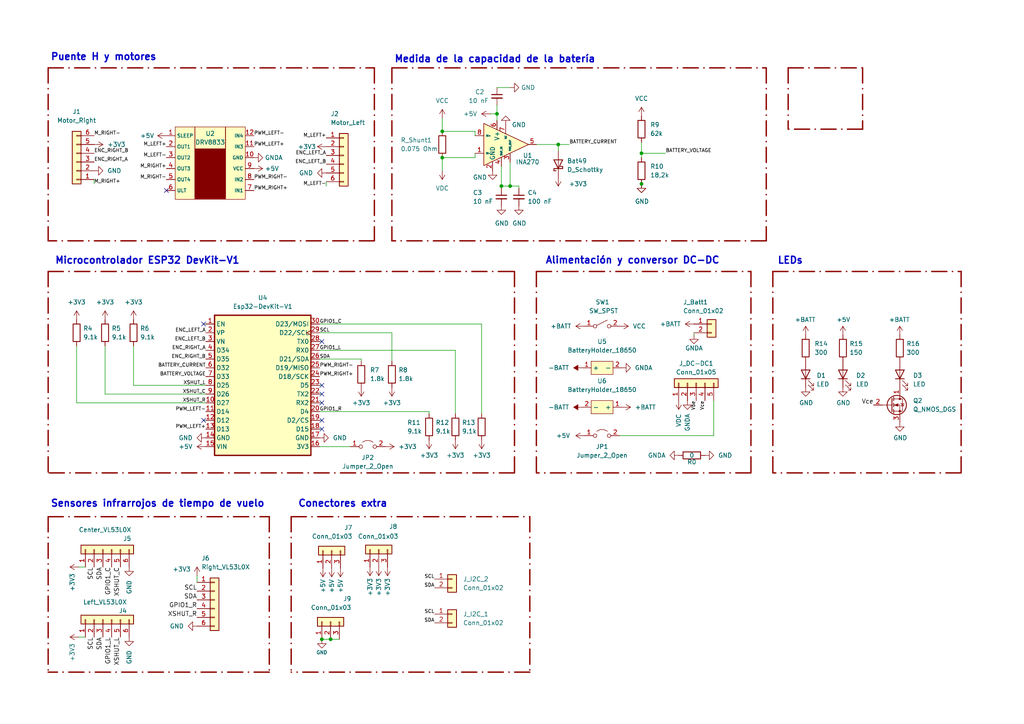
<source format=kicad_sch>
(kicad_sch (version 20211123) (generator eeschema)
  (paper "A4")
  (lib_symbols
    (symbol "Connector_Generic:Conn_01x02" (pin_names (offset 1.016) hide)
      (property "Reference" "J" (at 0 2.54 0))
      (property "Value" "Conn_01x02" (at 0 -5.08 0))
      (symbol "Conn_01x02_1_1"
        (rectangle (start -1.27 -2.413) (end 0 -2.667) (stroke (width 0.1524)))
        (rectangle (start -1.27 0.127) (end 0 -0.127) (stroke (width 0.1524)))
        (rectangle (start -1.27 1.27) (end 1.27 -3.81) (stroke (width 0.254)) (fill (type background)))
        (pin passive line (at -5.08 0 0) (length 3.81) (name "Pin_1") (number "1"))
        (pin passive line (at -5.08 -2.54 0) (length 3.81) (name "Pin_2") (number "2"))
      )
    )
    (symbol "Connector_Generic:Conn_01x03" (pin_names (offset 1.016) hide)
      (property "Reference" "J" (at 0 5.08 0))
      (property "Value" "Conn_01x03" (at 0 -5.08 0))
      (symbol "Conn_01x03_1_1"
        (rectangle (start -1.27 -2.413) (end 0 -2.667) (stroke (width 0.1524)))
        (rectangle (start -1.27 0.127) (end 0 -0.127) (stroke (width 0.1524)))
        (rectangle (start -1.27 2.667) (end 0 2.413) (stroke (width 0.1524)))
        (rectangle (start -1.27 3.81) (end 1.27 -3.81) (stroke (width 0.254)) (fill (type background)))
        (pin passive line (at -5.08 2.54 0) (length 3.81) (name "Pin_1") (number "1"))
        (pin passive line (at -5.08 0 0) (length 3.81) (name "Pin_2") (number "2"))
        (pin passive line (at -5.08 -2.54 0) (length 3.81) (name "Pin_3") (number "3"))
      )
    )
    (symbol "Connector_Generic:Conn_01x05" (pin_names (offset 1.016) hide)
      (property "Reference" "J" (at 0 7.62 0))
      (property "Value" "Conn_01x05" (at 0 -7.62 0))
      (symbol "Conn_01x05_1_1"
        (rectangle (start -1.27 -4.953) (end 0 -5.207) (stroke (width 0.1524)))
        (rectangle (start -1.27 -2.413) (end 0 -2.667) (stroke (width 0.1524)))
        (rectangle (start -1.27 0.127) (end 0 -0.127) (stroke (width 0.1524)))
        (rectangle (start -1.27 2.667) (end 0 2.413) (stroke (width 0.1524)))
        (rectangle (start -1.27 5.207) (end 0 4.953) (stroke (width 0.1524)))
        (rectangle (start -1.27 6.35) (end 1.27 -6.35) (stroke (width 0.254)) (fill (type background)))
        (pin passive line (at -5.08 5.08 0) (length 3.81) (name "Pin_1") (number "1"))
        (pin passive line (at -5.08 2.54 0) (length 3.81) (name "Pin_2") (number "2"))
        (pin passive line (at -5.08 0 0) (length 3.81) (name "Pin_3") (number "3"))
        (pin passive line (at -5.08 -2.54 0) (length 3.81) (name "Pin_4") (number "4"))
        (pin passive line (at -5.08 -5.08 0) (length 3.81) (name "Pin_5") (number "5"))
      )
    )
    (symbol "Connector_Generic:Conn_01x06" (pin_names (offset 1.016) hide)
      (property "Reference" "J" (at 0 7.62 0))
      (property "Value" "Conn_01x06" (at 0 -10.16 0))
      (symbol "Conn_01x06_1_1"
        (rectangle (start -1.27 -7.493) (end 0 -7.747) (stroke (width 0.1524)))
        (rectangle (start -1.27 -4.953) (end 0 -5.207) (stroke (width 0.1524)))
        (rectangle (start -1.27 -2.413) (end 0 -2.667) (stroke (width 0.1524)))
        (rectangle (start -1.27 0.127) (end 0 -0.127) (stroke (width 0.1524)))
        (rectangle (start -1.27 2.667) (end 0 2.413) (stroke (width 0.1524)))
        (rectangle (start -1.27 5.207) (end 0 4.953) (stroke (width 0.1524)))
        (rectangle (start -1.27 6.35) (end 1.27 -8.89) (stroke (width 0.254)) (fill (type background)))
        (pin passive line (at -5.08 5.08 0) (length 3.81) (name "Pin_1") (number "1"))
        (pin passive line (at -5.08 2.54 0) (length 3.81) (name "Pin_2") (number "2"))
        (pin passive line (at -5.08 0 0) (length 3.81) (name "Pin_3") (number "3"))
        (pin passive line (at -5.08 -2.54 0) (length 3.81) (name "Pin_4") (number "4"))
        (pin passive line (at -5.08 -5.08 0) (length 3.81) (name "Pin_5") (number "5"))
        (pin passive line (at -5.08 -7.62 0) (length 3.81) (name "Pin_6") (number "6"))
      )
    )
    (symbol "Device:C_Small" (pin_numbers hide) (pin_names (offset 0.254) hide)
      (property "Reference" "C" (at 0.254 1.778 0))
      (property "Value" "C_Small" (at 0.254 -2.032 0))
      (symbol "C_Small_0_1"
        (polyline (pts (xy -1.524 -0.508) (xy 1.524 -0.508)) (stroke (width 0.3302)))
        (polyline (pts (xy -1.524 0.508) (xy 1.524 0.508)) (stroke (width 0.3048)))
      )
      (symbol "C_Small_1_1"
        (pin passive line (at 0 2.54 270) (length 2.032) (name "~") (number "1"))
        (pin passive line (at 0 -2.54 90) (length 2.032) (name "~") (number "2"))
      )
    )
    (symbol "Device:D_Schottky" (pin_numbers hide) (pin_names (offset 1.016) hide)
      (property "Reference" "D" (at 0 2.54 0))
      (property "Value" "D_Schottky" (at 0 -2.54 0))
      (symbol "D_Schottky_0_1"
        (polyline (pts (xy 1.27 0) (xy -1.27 0)))
        (polyline (pts (xy 1.27 1.27) (xy 1.27 -1.27) (xy -1.27 0) (xy 1.27 1.27)) (stroke (width 0.254)))
        (polyline (pts (xy -1.905 0.635) (xy -1.905 1.27) (xy -1.27 1.27) (xy -1.27 -1.27) (xy -0.635 -1.27) (xy -0.635 -0.635)) (stroke (width 0.254)))
      )
      (symbol "D_Schottky_1_1"
        (pin passive line (at -3.81 0 0) (length 2.54) (name "K") (number "1"))
        (pin passive line (at 3.81 0 180) (length 2.54) (name "A") (number "2"))
      )
    )
    (symbol "Device:LED" (pin_numbers hide) (pin_names (offset 1.016) hide)
      (property "Reference" "D" (at 0 2.54 0))
      (property "Value" "LED" (at 0 -2.54 0))
      (symbol "LED_0_1"
        (polyline (pts (xy -1.27 -1.27) (xy -1.27 1.27)) (stroke (width 0.254)))
        (polyline (pts (xy -1.27 0) (xy 1.27 0)))
        (polyline (pts (xy 1.27 -1.27) (xy 1.27 1.27) (xy -1.27 0) (xy 1.27 -1.27)) (stroke (width 0.254)))
        (polyline (pts (xy -3.048 -0.762) (xy -4.572 -2.286) (xy -3.81 -2.286) (xy -4.572 -2.286) (xy -4.572 -1.524)))
        (polyline (pts (xy -1.778 -0.762) (xy -3.302 -2.286) (xy -2.54 -2.286) (xy -3.302 -2.286) (xy -3.302 -1.524)))
      )
      (symbol "LED_1_1"
        (pin passive line (at -3.81 0 0) (length 2.54) (name "K") (number "1"))
        (pin passive line (at 3.81 0 180) (length 2.54) (name "A") (number "2"))
      )
    )
    (symbol "Device:Q_NMOS_DGS" (pin_names (offset 0) hide)
      (property "Reference" "Q" (at 5.08 1.27 0))
      (property "Value" "Q_NMOS_DGS" (at 5.08 -1.27 0))
      (symbol "Q_NMOS_DGS_0_1"
        (polyline (pts (xy 0.254 0) (xy -2.54 0)))
        (polyline (pts (xy 0.254 1.905) (xy 0.254 -1.905)) (stroke (width 0.254)))
        (polyline (pts (xy 0.762 -1.27) (xy 0.762 -2.286)) (stroke (width 0.254)))
        (polyline (pts (xy 0.762 0.508) (xy 0.762 -0.508)) (stroke (width 0.254)))
        (polyline (pts (xy 0.762 2.286) (xy 0.762 1.27)) (stroke (width 0.254)))
        (polyline (pts (xy 2.54 2.54) (xy 2.54 1.778)))
        (polyline (pts (xy 2.54 -2.54) (xy 2.54 0) (xy 0.762 0)))
        (polyline (pts (xy 0.762 -1.778) (xy 3.302 -1.778) (xy 3.302 1.778) (xy 0.762 1.778)))
        (polyline (pts (xy 1.016 0) (xy 2.032 0.381) (xy 2.032 -0.381) (xy 1.016 0)) (fill (type outline)))
        (polyline (pts (xy 2.794 0.508) (xy 2.921 0.381) (xy 3.683 0.381) (xy 3.81 0.254)))
        (polyline (pts (xy 3.302 0.381) (xy 2.921 -0.254) (xy 3.683 -0.254) (xy 3.302 0.381)))
        (circle (center 1.651 0) (radius 2.794) (stroke (width 0.254)))
        (circle (center 2.54 -1.778) (radius 0.254) (fill (type outline)))
        (circle (center 2.54 1.778) (radius 0.254) (fill (type outline)))
      )
      (symbol "Q_NMOS_DGS_1_1"
        (pin passive line (at 2.54 5.08 270) (length 2.54) (name "D") (number "1"))
        (pin input line (at -5.08 0 0) (length 2.54) (name "G") (number "2"))
        (pin passive line (at 2.54 -5.08 90) (length 2.54) (name "S") (number "3"))
      )
    )
    (symbol "Device:R" (pin_numbers hide) (pin_names (offset 0))
      (property "Reference" "R" (at 2.032 0 90))
      (property "Value" "R" (at 0 0 90))
      (symbol "R_0_1"
        (rectangle (start -1.016 -2.54) (end 1.016 2.54) (stroke (width 0.254)))
      )
      (symbol "R_1_1"
        (pin passive line (at 0 3.81 270) (length 1.27) (name "~") (number "1"))
        (pin passive line (at 0 -3.81 90) (length 1.27) (name "~") (number "2"))
      )
    )
    (symbol "INA270:INA270"
      (property "Reference" "U" (at 3.81 11.938 0))
      (property "Value" "INA270" (at -0.508 11.938 0))
      (symbol "INA270_0_1"
        (polyline (pts (xy -5.08 6.096) (xy -5.08 -6.096) (xy 7.874 0) (xy -5.08 6.096)) (stroke (width 0.2)) (fill (type background)))
      )
      (symbol "INA270_1_1"
        (pin input line (at -7.62 -2.54 0) (length 2.54) (name "IN-") (number "1"))
        (pin input line (at -2.54 -7.62 90) (length 2.54) (name "GND") (number "2"))
        (pin input line (at 2.54 -5.08 90) (length 2.54) (name "PRE_OUT") (number "3"))
        (pin input line (at 0 -6.35 90) (length 2.54) (name "BUF_IN") (number "4"))
        (pin input line (at 10.16 0 180) (length 2.54) (name "") (number "5"))
        (pin input line (at -1.27 6.985 270) (length 2.54) (name "V+") (number "6"))
        (pin power_in line (at 1.27 5.715 270) (length 2.54) (name "NC") (number "7"))
        (pin input line (at -7.62 2.54 0) (length 2.54) (name "IN+") (number "8"))
      )
    )
    (symbol "Jumper:Jumper_2_Open" (pin_names (offset 0) hide)
      (property "Reference" "JP" (at 0 2.794 0))
      (property "Value" "Jumper_2_Open" (at 0 -2.286 0))
      (symbol "Jumper_2_Open_0_0"
        (circle (center -2.032 0) (radius 0.508))
        (circle (center 2.032 0) (radius 0.508))
      )
      (symbol "Jumper_2_Open_0_1"
        (arc (start 1.524 1.27) (mid 0 1.778) (end -1.524 1.27))
      )
      (symbol "Jumper_2_Open_1_1"
        (pin passive line (at -5.08 0 0) (length 2.54) (name "A") (number "1"))
        (pin passive line (at 5.08 0 180) (length 2.54) (name "B") (number "2"))
      )
    )
    (symbol "RobotTFG:BatteryHolder_18650"
      (property "Reference" "U" (at 0 -3.81 0))
      (property "Value" "BatteryHolder_18650" (at 0 4.445 0))
      (symbol "BatteryHolder_18650_0_1"
        (rectangle (start -3.175 1.905) (end 3.175 -1.905) (fill (type background)))
      )
      (symbol "BatteryHolder_18650_1_1"
        (pin power_out line (at -5.715 0 0) (length 2.54) (name "+") (number "1"))
        (pin power_out line (at 5.715 0 180) (length 2.54) (name "-") (number "2"))
      )
    )
    (symbol "RobotTFG:DRV8833"
      (property "Reference" "U" (at 0 8.255 0))
      (property "Value" "DRV8833" (at 0 5.715 0))
      (symbol "DRV8833_0_1"
        (rectangle (start -10.16 10.16) (end -4.445 -10.795) (fill (type background)))
        (rectangle (start -4.445 3.81) (end 4.445 -10.795) (fill (type outline)))
        (rectangle (start -4.445 10.16) (end 4.445 3.81) (fill (type background)))
        (rectangle (start 4.445 10.16) (end 10.16 -10.795) (fill (type background)))
      )
      (symbol "DRV8833_1_1"
        (pin input line (at -12.7 7.62 0) (length 2.54) (name "SLEEP") (number "1"))
        (pin power_in line (at 12.7 1.27 180) (length 2.54) (name "GND") (number "10"))
        (pin input line (at 12.7 4.445 180) (length 2.54) (name "IN3") (number "11"))
        (pin input line (at 12.7 7.62 180) (length 2.54) (name "IN4") (number "12"))
        (pin power_out line (at -12.7 4.445 0) (length 2.54) (name "OUT1") (number "2"))
        (pin power_out line (at -12.7 1.27 0) (length 2.54) (name "OUT2") (number "3"))
        (pin power_out line (at -12.7 -1.905 0) (length 2.54) (name "OUT3") (number "4"))
        (pin power_out line (at -12.7 -5.08 0) (length 2.54) (name "OUT4") (number "5"))
        (pin output line (at -12.7 -8.255 0) (length 2.54) (name "ULT") (number "6"))
        (pin input line (at 12.7 -8.255 180) (length 2.54) (name "IN1") (number "7"))
        (pin input line (at 12.7 -5.08 180) (length 2.54) (name "IN2") (number "8"))
        (pin power_in line (at 12.7 -1.905 180) (length 2.54) (name "VCC") (number "9"))
      )
    )
    (symbol "RobotTFG:Esp32-DevKit-V1"
      (property "Reference" "U" (at 0 -17.78 0))
      (property "Value" "Esp32-DevKit-V1" (at 0 0 90))
      (symbol "Esp32-DevKit-V1_0_0"
        (pin unspecified line (at -16.51 16.51 0) (length 2.54) (name "EN") (number "1"))
        (pin unspecified line (at -16.51 -6.35 0) (length 2.54) (name "D27") (number "10"))
        (pin unspecified line (at -16.51 -8.89 0) (length 2.54) (name "D14") (number "11"))
        (pin unspecified line (at -16.51 -11.43 0) (length 2.54) (name "D12") (number "12"))
        (pin unspecified line (at -16.51 -13.97 0) (length 2.54) (name "D13") (number "13"))
        (pin power_out line (at -16.51 -16.51 0) (length 2.54) (name "GND") (number "14"))
        (pin power_in line (at -16.51 -19.05 0) (length 2.54) (name "VIN") (number "15"))
        (pin power_out line (at 16.51 -19.05 180) (length 2.54) (name "3V3") (number "16"))
        (pin power_out line (at 16.51 -16.51 180) (length 2.54) (name "GND") (number "17"))
        (pin unspecified line (at 16.51 -13.97 180) (length 2.54) (name "D15") (number "18"))
        (pin unspecified line (at 16.51 -11.43 180) (length 2.54) (name "D2/CS") (number "19"))
        (pin unspecified line (at -16.51 13.97 0) (length 2.54) (name "VP") (number "2"))
        (pin unspecified line (at 16.51 -8.89 180) (length 2.54) (name "D4") (number "20"))
        (pin unspecified line (at 16.51 -6.35 180) (length 2.54) (name "RX2") (number "21"))
        (pin unspecified line (at 16.51 -3.81 180) (length 2.54) (name "TX2") (number "22"))
        (pin unspecified line (at 16.51 -1.27 180) (length 2.54) (name "D5") (number "23"))
        (pin unspecified line (at 16.51 1.27 180) (length 2.54) (name "D18/SCK") (number "24"))
        (pin unspecified line (at 16.51 3.81 180) (length 2.54) (name "D19/MISO") (number "25"))
        (pin bidirectional line (at 16.51 6.35 180) (length 2.54) (name "D21/SDA") (number "26"))
        (pin unspecified line (at 16.51 8.89 180) (length 2.54) (name "RX0") (number "27"))
        (pin unspecified line (at 16.51 11.43 180) (length 2.54) (name "TX0") (number "28"))
        (pin bidirectional clock (at 16.51 13.97 180) (length 2.54) (name "D22/SCL") (number "29"))
        (pin unspecified line (at -16.51 11.43 0) (length 2.54) (name "VN") (number "3"))
        (pin unspecified line (at 16.51 16.51 180) (length 2.54) (name "D23/MOSI") (number "30"))
        (pin unspecified line (at -16.51 8.89 0) (length 2.54) (name "D34") (number "4"))
        (pin unspecified line (at -16.51 6.35 0) (length 2.54) (name "D35") (number "5"))
        (pin unspecified line (at -16.51 3.81 0) (length 2.54) (name "D32") (number "6"))
        (pin unspecified line (at -16.51 1.27 0) (length 2.54) (name "D33") (number "7"))
        (pin unspecified line (at -16.51 -1.27 0) (length 2.54) (name "D25") (number "8"))
        (pin unspecified line (at -16.51 -3.81 0) (length 2.54) (name "D26") (number "9"))
      )
      (symbol "Esp32-DevKit-V1_0_1"
        (rectangle (start -13.97 19.05) (end 13.97 -21.59) (stroke (width 0.4)) (fill (type background)))
      )
    )
    (symbol "Switch:SW_SPST" (pin_names (offset 0) hide)
      (property "Reference" "SW" (at 0 3.175 0))
      (property "Value" "SW_SPST" (at 0 -2.54 0))
      (symbol "SW_SPST_0_0"
        (circle (center -2.032 0) (radius 0.508))
        (polyline (pts (xy -1.524 0.254) (xy 1.524 1.778)))
        (circle (center 2.032 0) (radius 0.508))
      )
      (symbol "SW_SPST_1_1"
        (pin passive line (at -5.08 0 0) (length 2.54) (name "A") (number "1"))
        (pin passive line (at 5.08 0 180) (length 2.54) (name "B") (number "2"))
      )
    )
    (symbol "power:+3V3" (power) (pin_names (offset 0))
      (property "Value" "+3V3" (at 0 3.556 0))
      (symbol "+3V3_0_1"
        (polyline (pts (xy -0.762 1.27) (xy 0 2.54)))
        (polyline (pts (xy 0 0) (xy 0 2.54)))
        (polyline (pts (xy 0 2.54) (xy 0.762 1.27)))
      )
      (symbol "+3V3_1_1"
        (pin power_in line (at 0 0 90) (length 0) hide (name "+3V3") (number "1"))
      )
    )
    (symbol "power:+5V" (power) (pin_names (offset 0))
      (property "Value" "+5V" (at 0 3.556 0))
      (symbol "+5V_0_1"
        (polyline (pts (xy -0.762 1.27) (xy 0 2.54)))
        (polyline (pts (xy 0 0) (xy 0 2.54)))
        (polyline (pts (xy 0 2.54) (xy 0.762 1.27)))
      )
      (symbol "+5V_1_1"
        (pin power_in line (at 0 0 90) (length 0) hide (name "+5V") (number "1"))
      )
    )
    (symbol "power:+BATT" (power) (pin_names (offset 0))
      (property "Value" "+BATT" (at 0 3.556 0))
      (symbol "+BATT_0_1"
        (polyline (pts (xy -0.762 1.27) (xy 0 2.54)))
        (polyline (pts (xy 0 0) (xy 0 2.54)))
        (polyline (pts (xy 0 2.54) (xy 0.762 1.27)))
      )
      (symbol "+BATT_1_1"
        (pin power_in line (at 0 0 90) (length 0) hide (name "+BATT") (number "1"))
      )
    )
    (symbol "power:-BATT" (power) (pin_names (offset 0))
      (property "Value" "-BATT" (at 0 3.556 0))
      (symbol "-BATT_0_1"
        (polyline (pts (xy 0 0) (xy 0 2.54)))
        (polyline (pts (xy 0.762 1.27) (xy -0.762 1.27) (xy 0 2.54) (xy 0.762 1.27)) (fill (type outline)))
      )
      (symbol "-BATT_1_1"
        (pin power_in line (at 0 0 90) (length 0) hide (name "-BATT") (number "1"))
      )
    )
    (symbol "power:GND" (power) (pin_names (offset 0))
      (property "Value" "GND" (at 0 -3.81 0))
      (symbol "GND_0_1"
        (polyline (pts (xy 0 0) (xy 0 -1.27) (xy 1.27 -1.27) (xy 0 -2.54) (xy -1.27 -1.27) (xy 0 -1.27)))
      )
      (symbol "GND_1_1"
        (pin power_in line (at 0 0 270) (length 0) hide (name "GND") (number "1"))
      )
    )
    (symbol "power:GNDA" (power) (pin_names (offset 0))
      (property "Value" "GNDA" (at 0 -3.81 0))
      (symbol "GNDA_0_1"
        (polyline (pts (xy 0 0) (xy 0 -1.27) (xy 1.27 -1.27) (xy 0 -2.54) (xy -1.27 -1.27) (xy 0 -1.27)))
      )
      (symbol "GNDA_1_1"
        (pin power_in line (at 0 0 270) (length 0) hide (name "GNDA") (number "1"))
      )
    )
    (symbol "power:VCC" (power) (pin_names (offset 0))
      (property "Value" "VCC" (at 0 3.81 0))
      (symbol "VCC_0_1"
        (polyline (pts (xy -0.762 1.27) (xy 0 2.54)))
        (polyline (pts (xy 0 0) (xy 0 2.54)))
        (polyline (pts (xy 0 2.54) (xy 0.762 1.27)))
      )
      (symbol "VCC_1_1"
        (pin power_in line (at 0 0 90) (length 0) hide (name "VCC") (number "1"))
      )
    )
    (symbol "power:VDC" (power) (pin_names (offset 0))
      (property "Value" "VDC" (at 0 6.35 0))
      (symbol "VDC_0_1"
        (polyline (pts (xy -0.762 1.27) (xy 0 2.54)))
        (polyline (pts (xy 0 0) (xy 0 2.54)))
        (polyline (pts (xy 0 2.54) (xy 0.762 1.27)))
      )
      (symbol "VDC_1_1"
        (pin power_in line (at 0 0 90) (length 0) hide (name "VDC") (number "1"))
      )
    )
  )
  (junction (at 128.27 38.1))
  (junction (at 186.055 44.45))
  (junction (at 147.955 53.975))
  (junction (at 95.885 185.42))
  (junction (at 128.27 45.72))
  (junction (at 186.055 53.34))
  (junction (at 144.145 33.02))
  (junction (at 145.415 53.975))
  (junction (at 161.925 41.91))
  (junction (at 93.345 185.42))
  (no_connect (at 93.345 99.06))
  (no_connect (at 93.345 121.92))
  (no_connect (at 48.26 55.245))
  (no_connect (at 59.055 121.92))
  (no_connect (at 93.345 124.46))
  (no_connect (at 59.055 93.98))
  (no_connect (at 93.345 114.3))
  (no_connect (at 93.345 111.76))
  (no_connect (at 93.345 116.84))
  (wire (pts (xy 30.48 100.33) (xy 30.48 114.3)))
  (wire (pts (xy 155.575 41.91) (xy 161.925 41.91)))
  (wire (pts (xy 38.735 111.76) (xy 59.69 111.76)))
  (wire (pts (xy 142.24 33.02) (xy 144.145 33.02)))
  (wire (pts (xy 95.885 185.42) (xy 98.425 185.42)))
  (wire (pts (xy 22.86 184.785) (xy 24.765 184.785)))
  (wire (pts (xy 22.225 100.33) (xy 22.225 116.84)))
  (wire (pts (xy 93.345 114.3) (xy 92.71 114.3)))
  (polyline (pts (xy 217.805 78.74) (xy 217.805 137.16)) (stroke (width 0.4) (type dash_dot) (color 141 6 0 1)))
  (wire (pts (xy 186.055 44.45) (xy 186.055 45.72)))
  (polyline (pts (xy 228.6 19.685) (xy 228.6 37.465)) (stroke (width 0.4) (type dash_dot) (color 141 6 0 1)))
  (wire (pts (xy 193.04 44.45) (xy 186.055 44.45)))
  (polyline (pts (xy 278.765 78.74) (xy 278.765 137.16)) (stroke (width 0.4) (type dash_dot) (color 141 6 0 1)))
  (wire (pts (xy 93.345 111.76) (xy 92.71 111.76)))
  (polyline (pts (xy 13.97 78.74) (xy 13.97 137.16)) (stroke (width 0.4) (type dash_dot) (color 141 6 0 1)))
  (wire (pts (xy 104.775 104.14) (xy 92.71 104.14)))
  (wire (pts (xy 144.145 33.02) (xy 144.145 34.925)))
  (polyline (pts (xy 108.585 19.685) (xy 108.585 69.85)) (stroke (width 0.4) (type dash_dot) (color 141 6 0 1)))
  (polyline (pts (xy 149.225 78.74) (xy 149.225 137.16)) (stroke (width 0.4) (type dash_dot) (color 141 6 0 1)))
  (wire (pts (xy 93.345 124.46) (xy 92.71 124.46)))
  (polyline (pts (xy 153.67 194.945) (xy 84.455 194.945)) (stroke (width 0.4) (type dash_dot) (color 141 6 0 1)))
  (polyline (pts (xy 113.665 19.685) (xy 113.665 69.85)) (stroke (width 0.4) (type dash_dot) (color 141 6 0 1)))
  (wire (pts (xy 124.46 119.38) (xy 92.71 119.38)))
  (wire (pts (xy 137.795 45.72) (xy 128.27 45.72)))
  (polyline (pts (xy 155.575 78.74) (xy 155.575 137.16)) (stroke (width 0.4) (type dash_dot) (color 141 6 0 1)))
  (polyline (pts (xy 113.665 19.685) (xy 222.25 19.685)) (stroke (width 0.4) (type dash_dot) (color 141 6 0 1)))
  (polyline (pts (xy 108.585 69.85) (xy 13.97 69.85)) (stroke (width 0.4) (type dash_dot) (color 141 6 0 1)))
  (wire (pts (xy 59.055 121.92) (xy 59.69 121.92)))
  (wire (pts (xy 139.7 93.98) (xy 92.71 93.98)))
  (wire (pts (xy 137.795 44.45) (xy 137.795 45.72)))
  (wire (pts (xy 104.775 104.775) (xy 104.775 104.14)))
  (wire (pts (xy 150.495 54.61) (xy 150.495 53.975)))
  (wire (pts (xy 92.71 129.54) (xy 101.6 129.54)))
  (wire (pts (xy 147.955 53.975) (xy 145.415 53.975)))
  (polyline (pts (xy 13.97 149.86) (xy 13.97 194.945)) (stroke (width 0.4) (type dash_dot) (color 141 6 0 1)))
  (wire (pts (xy 30.48 114.3) (xy 59.69 114.3)))
  (polyline (pts (xy 228.6 19.685) (xy 250.19 19.685)) (stroke (width 0.4) (type dash_dot) (color 141 6 0 1)))
  (wire (pts (xy 145.415 53.975) (xy 145.415 54.61)))
  (wire (pts (xy 207.01 126.365) (xy 207.01 116.205)))
  (polyline (pts (xy 153.67 149.86) (xy 153.67 194.945)) (stroke (width 0.4) (type dash_dot) (color 141 6 0 1)))
  (polyline (pts (xy 84.455 149.86) (xy 84.455 194.945)) (stroke (width 0.4) (type dash_dot) (color 141 6 0 1)))
  (wire (pts (xy 94.615 53.975) (xy 94.615 52.705)))
  (polyline (pts (xy 84.455 149.86) (xy 153.67 149.86)) (stroke (width 0.4) (type dash_dot) (color 141 6 0 1)))
  (wire (pts (xy 93.345 185.42) (xy 95.885 185.42)))
  (polyline (pts (xy 224.155 78.74) (xy 224.155 137.16)) (stroke (width 0.4) (type dash_dot) (color 141 6 0 1)))
  (polyline (pts (xy 222.25 19.685) (xy 222.25 69.85)) (stroke (width 0.4) (type dash_dot) (color 141 6 0 1)))
  (wire (pts (xy 132.08 120.015) (xy 132.08 101.6)))
  (polyline (pts (xy 224.155 78.74) (xy 278.765 78.74)) (stroke (width 0.4) (type dash_dot) (color 141 6 0 1)))
  (wire (pts (xy 93.345 116.84) (xy 92.71 116.84)))
  (polyline (pts (xy 217.805 137.16) (xy 155.575 137.16)) (stroke (width 0.4) (type dash_dot) (color 141 6 0 1)))
  (wire (pts (xy 139.7 120.015) (xy 139.7 93.98)))
  (wire (pts (xy 38.735 100.33) (xy 38.735 111.76)))
  (wire (pts (xy 137.795 39.37) (xy 137.795 38.1)))
  (wire (pts (xy 145.415 48.26) (xy 145.415 53.975)))
  (polyline (pts (xy 250.19 19.685) (xy 250.19 37.465)) (stroke (width 0.4) (type dash_dot) (color 141 6 0 1)))
  (wire (pts (xy 132.08 101.6) (xy 92.71 101.6)))
  (polyline (pts (xy 278.765 137.16) (xy 224.155 137.16)) (stroke (width 0.4) (type dash_dot) (color 141 6 0 1)))
  (wire (pts (xy 144.145 30.48) (xy 144.145 33.02)))
  (wire (pts (xy 186.055 41.275) (xy 186.055 44.45)))
  (polyline (pts (xy 78.105 194.945) (xy 13.97 194.945)) (stroke (width 0.4) (type dash_dot) (color 141 6 0 1)))
  (wire (pts (xy 137.795 38.1) (xy 128.27 38.1)))
  (wire (pts (xy 128.27 45.72) (xy 128.27 49.53)))
  (wire (pts (xy 22.86 164.465) (xy 24.765 164.465)))
  (polyline (pts (xy 13.97 78.74) (xy 149.225 78.74)) (stroke (width 0.4) (type dash_dot) (color 141 6 0 1)))
  (wire (pts (xy 179.705 126.365) (xy 207.01 126.365)))
  (wire (pts (xy 128.27 34.29) (xy 128.27 38.1)))
  (wire (pts (xy 113.665 96.52) (xy 92.71 96.52)))
  (wire (pts (xy 22.225 116.84) (xy 59.69 116.84)))
  (wire (pts (xy 150.495 53.975) (xy 147.955 53.975)))
  (polyline (pts (xy 250.19 37.465) (xy 228.6 37.465)) (stroke (width 0.4) (type dash_dot) (color 141 6 0 1)))
  (wire (pts (xy 57.15 167.005) (xy 57.15 168.91)))
  (polyline (pts (xy 149.225 137.16) (xy 13.97 137.16)) (stroke (width 0.4) (type dash_dot) (color 141 6 0 1)))
  (polyline (pts (xy 222.25 69.85) (xy 113.665 69.85)) (stroke (width 0.4) (type dash_dot) (color 141 6 0 1)))
  (wire (pts (xy 147.955 25.4) (xy 144.145 25.4)))
  (wire (pts (xy 147.955 46.99) (xy 147.955 53.975)))
  (wire (pts (xy 93.345 99.06) (xy 92.71 99.06)))
  (wire (pts (xy 113.665 104.775) (xy 113.665 96.52)))
  (polyline (pts (xy 13.97 19.685) (xy 13.97 69.85)) (stroke (width 0.4) (type dash_dot) (color 141 6 0 1)))
  (wire (pts (xy 161.925 41.91) (xy 165.1 41.91)))
  (wire (pts (xy 161.925 41.91) (xy 161.925 43.815)))
  (wire (pts (xy 27.305 53.34) (xy 27.305 52.07)))
  (wire (pts (xy 93.345 121.92) (xy 92.71 121.92)))
  (wire (pts (xy 201.295 97.155) (xy 201.295 96.52)))
  (wire (pts (xy 59.055 93.98) (xy 59.69 93.98)))
  (polyline (pts (xy 13.97 149.86) (xy 78.105 149.86)) (stroke (width 0.4) (type dash_dot) (color 141 6 0 1)))
  (polyline (pts (xy 155.575 78.74) (xy 217.805 78.74)) (stroke (width 0.4) (type dash_dot) (color 141 6 0 1)))
  (wire (pts (xy 124.46 120.015) (xy 124.46 119.38)))
  (polyline (pts (xy 13.97 19.685) (xy 108.585 19.685)) (stroke (width 0.4) (type dash_dot) (color 141 6 0 1)))
  (polyline (pts (xy 78.105 149.86) (xy 78.105 194.945)) (stroke (width 0.4) (type dash_dot) (color 141 6 0 1)))
  (text "Microcontrolador ESP32 DevKit-V1" (at 15.875 76.835 0) (effects (font (size 2 2) (thickness 0.4) bold) (justify left bottom)))
  (text "Conectores extra\n" (at 86.36 147.32 0) (effects (font (size 2 2) (thickness 0.4) bold) (justify left bottom)))
  (text "Sensores infrarrojos de tiempo de vuelo\n" (at 14.605 147.32 0) (effects (font (size 2 2) (thickness 0.4) bold) (justify left bottom)))
  (text "Medida de la capacidad de la batería" (at 114.3 18.415 0) (effects (font (size 2 2) (thickness 0.4) bold) (justify left bottom)))
  (text "Alimentación y conversor DC-DC\n\n" (at 158.115 80.01 0) (effects (font (size 2 2) (thickness 0.4) bold) (justify left bottom)))
  (text "Puente H y motores\n" (at 14.605 17.78 0) (effects (font (size 2 2) (thickness 0.4) bold) (justify left bottom)))
  (text "LEDs\n" (at 225.425 76.835 0) (effects (font (size 2 2) (thickness 0.4) bold) (justify left bottom)))
  (label "SDA" (at 126.0475 170.4975 180) (effects (font (size 1 1))))
  (label "PWM_RIGHT+" (at 73.66 55.245 0) (effects (font (size 1 1))))
  (label "ENC_LEFT_A" (at 94.615 45.085 180) (effects (font (size 1 1))))
  (label "PWM_LEFT-" (at 59.69 119.38 180) (effects (font (size 1 1))))
  (label "PWM_RIGHT-" (at 92.71 106.68 0) (effects (font (size 1 1))))
  (label "M_RIGHT+" (at 27.305 53.34 0) (effects (font (size 1 1))))
  (label "XSHUT_R" (at 59.69 116.84 180) (effects (font (size 1 1))))
  (label "XSHUT_C" (at 59.69 114.3 180) (effects (font (size 1 1))))
  (label "GPIO1_L" (at 32.385 184.785 270))
  (label "PWM_LEFT+" (at 73.66 42.545 0) (effects (font (size 1 1))))
  (label "SDA" (at 57.15 173.99 180))
  (label "SCL" (at 27.305 184.785 270))
  (label "XSHUT_L" (at 34.925 184.785 270))
  (label "SDA" (at 29.845 164.465 270))
  (label "M_LEFT-" (at 94.615 53.975 180) (effects (font (size 1 1))))
  (label "XSHUT_L" (at 59.69 111.76 180) (effects (font (size 1 1))))
  (label "PWM_RIGHT-" (at 73.66 52.07 0) (effects (font (size 1 1))))
  (label "M_LEFT-" (at 48.26 45.72 180) (effects (font (size 1 1))))
  (label "SCL" (at 27.305 164.465 270))
  (label "M_LEFT+" (at 94.615 40.005 180) (effects (font (size 1 1))))
  (label "Vbe" (at 201.93 116.205 270) (effects (font (size 1 1))))
  (label "PWM_LEFT-" (at 73.66 39.37 0) (effects (font (size 1 1))))
  (label "Vce" (at 253.365 117.475 180))
  (label "GPIO1_C" (at 32.385 164.465 270))
  (label "SCL" (at 126.0475 167.9575 180) (effects (font (size 1 1))))
  (label "M_LEFT+" (at 48.26 42.545 180) (effects (font (size 1 1))))
  (label "ENC_RIGHT_B" (at 27.305 44.45 0) (effects (font (size 1 1))))
  (label "SCL" (at 92.71 96.52 0) (effects (font (size 1 1))))
  (label "GPIO1_C" (at 92.71 93.98 0) (effects (font (size 1 1))))
  (label "BATTERY_CURRENT" (at 59.69 106.68 180) (effects (font (size 1 1))))
  (label "GPIO1_R" (at 57.15 176.53 180))
  (label "BATTERY_VOLTAGE" (at 193.04 44.45 0) (effects (font (size 1 1))))
  (label "M_RIGHT-" (at 48.26 52.07 180) (effects (font (size 1 1))))
  (label "GPIO1_L" (at 92.71 101.6 0) (effects (font (size 1 1))))
  (label "SDA" (at 92.71 104.14 0) (effects (font (size 1 1))))
  (label "ENC_RIGHT_B" (at 59.69 104.14 180) (effects (font (size 1 1))))
  (label "ENC_LEFT_B" (at 59.69 99.06 180) (effects (font (size 1 1))))
  (label "SCL" (at 57.15 171.45 180))
  (label "ENC_LEFT_A" (at 59.69 96.52 180) (effects (font (size 1 1))))
  (label "M_RIGHT+" (at 48.26 48.895 180) (effects (font (size 1 1))))
  (label "PWM_LEFT+" (at 59.69 124.46 180) (effects (font (size 1 1))))
  (label "SCL" (at 126.0475 178.1175 180) (effects (font (size 1 1))))
  (label "ENC_RIGHT_A" (at 27.305 46.99 0) (effects (font (size 1 1))))
  (label "ENC_LEFT_B" (at 94.615 47.625 180) (effects (font (size 1 1))))
  (label "XSHUT_R" (at 57.15 179.07 180))
  (label "Vce" (at 204.47 116.205 270) (effects (font (size 1 1))))
  (label "XSHUT_C" (at 34.925 164.465 270))
  (label "M_RIGHT-" (at 27.305 39.37 0) (effects (font (size 1 1))))
  (label "SDA" (at 126.0475 180.6575 180) (effects (font (size 1 1))))
  (label "SDA" (at 29.845 184.785 270))
  (label "BATTERY_VOLTAGE" (at 59.69 109.22 180) (effects (font (size 1 1))))
  (label "BATTERY_CURRENT" (at 165.1 41.91 0) (effects (font (size 1 1))))
  (label "ENC_RIGHT_A" (at 59.69 101.6 180) (effects (font (size 1 1))))
  (label "PWM_RIGHT+" (at 92.71 109.22 0) (effects (font (size 1 1))))
  (label "GPIO1_R" (at 92.71 119.38 0) (effects (font (size 1 1))))
  (symbol (lib_id "power:GND") (at 233.68 112.395 0) (unit 1)
    (property "Reference" "#PWR0118" (effects hide))
    (property "Value" "GND" (at 231.775 116.84 0) (effects (justify left)))
  )
  (symbol (lib_id "power:+BATT") (at 260.985 97.155 0) (unit 1)
    (property "Reference" "#PWR0105" (effects hide))
    (property "Value" "+BATT" (at 257.81 92.71 0) (effects (justify left)))
  )
  (symbol (lib_id "power:+5V") (at 98.7425 164.7825 180) (unit 1)
    (property "Reference" "#PWR0150" (effects hide))
    (property "Value" "+5V" (at 98.7424 167.9575 90) (effects (justify left)))
  )
  (symbol (lib_id "power:+5V") (at 59.69 129.54 90) (unit 1)
    (property "Reference" "#PWR0145" (effects hide))
    (property "Value" "+5V" (at 55.88 129.5399 90) (effects (justify left)))
  )
  (symbol (lib_id "Connector_Generic:Conn_01x06") (at 29.845 179.705 90) (unit 1)
    (property "Reference" "J4" (at 36.83 177.165 90) (effects (justify left)))
    (property "Value" "Left_VL53L0X" (at 36.83 174.625 90) (effects (justify left)))
    (property "Footprint" "Connector_PinHeader_2.54mm:PinHeader_1x06_P2.54mm_Vertical" (effects hide))
  )
  (symbol (lib_id "power:GNDA") (at 199.39 116.205 0) (unit 1)
    (property "Reference" "#PWR0143" (effects hide))
    (property "Value" "GNDA" (at 199.39 122.555 90))
  )
  (symbol (lib_id "Switch:SW_SPST") (at 174.625 94.615 0) (unit 1)
    (property "Reference" "SW1" (at 172.72 87.63 0) (effects (justify left)))
    (property "Value" "SW_SPST" (at 170.815 90.17 0) (effects (justify left)))
    (property "Footprint" "TFG:SPDT Switch" (effects hide))
  )
  (symbol (lib_id "Device:R") (at 128.27 41.91 0) (unit 1)
    (property "Reference" "R_Shunt1" (at 116.205 40.64 0) (effects (justify left)))
    (property "Value" "0.075 Ohm" (at 116.205 43.18 0) (effects (justify left)))
    (property "Footprint" "Resistor_SMD:R_0805_2012Metric" (effects hide))
    (property "Vendor" "https://es.rs-online.com/web/p/resistencias-de-montaje-en-superficie/1880741" (effects hide))
  )
  (symbol (lib_id "power:+3V3") (at 124.46 127.635 180) (unit 1)
    (property "Reference" "#PWR0104" (effects hide))
    (property "Value" "+3V3" (at 124.46 132.08 0))
  )
  (symbol (lib_id "Connector_Generic:Conn_01x03") (at 96.2025 159.7025 90) (unit 1)
    (property "Reference" "J7" (at 102.235 153.035 90) (effects (justify left)))
    (property "Value" "Conn_01x03" (at 102.235 155.575 90) (effects (justify left)))
    (property "Footprint" "Connector_PinHeader_2.54mm:PinHeader_1x03_P2.54mm_Vertical" (effects hide))
  )
  (symbol (lib_id "Device:C_Small") (at 145.415 57.15 0) (unit 1)
    (property "Reference" "C3" (at 137.16 55.88 0) (effects (justify left)))
    (property "Value" "10 nF" (at 137.16 58.42 0) (effects (justify left)))
    (property "Footprint" "Capacitor_THT:C_Axial_L5.1mm_D3.1mm_P7.50mm_Horizontal" (effects hide))
  )
  (symbol (lib_id "power:GND") (at 147.955 25.4 90) (unit 1)
    (property "Reference" "#PWR0109" (effects hide))
    (property "Value" "GND" (at 151.13 25.3999 90) (effects (justify right)))
  )
  (symbol (lib_id "power:+3V3") (at 113.665 112.395 180) (unit 1)
    (property "Reference" "#PWR0133" (effects hide))
    (property "Value" "+3V3" (at 113.665 116.84 0))
  )
  (symbol (lib_id "Device:R") (at 139.7 123.825 0) (unit 1)
    (property "Reference" "R13" (at 133.985 122.555 0) (effects (justify left)))
    (property "Value" "9.1k" (at 133.985 125.095 0) (effects (justify left)))
    (property "Footprint" "Resistor_SMD:R_0805_2012Metric_Pad1.20x1.40mm_HandSolder" (effects hide))
  )
  (symbol (lib_id "power:GND") (at 27.305 49.53 90) (unit 1)
    (property "Reference" "#PWR0123" (effects hide))
    (property "Value" "GND" (at 31.115 49.5299 90) (effects (justify right)))
  )
  (symbol (lib_id "power:+3V3") (at 104.775 112.395 180) (unit 1)
    (property "Reference" "#PWR0134" (effects hide))
    (property "Value" "+3V3" (at 104.775 116.84 0))
  )
  (symbol (lib_id "power:+3V3") (at 132.08 127.635 180) (unit 1)
    (property "Reference" "#PWR0102" (effects hide))
    (property "Value" "+3V3" (at 132.08 132.08 0))
  )
  (symbol (lib_id "RobotTFG:DRV8833") (at 60.96 46.99 0) (unit 1)
    (property "Reference" "U2" (at 60.96 38.735 0))
    (property "Value" "DRV8833" (at 60.96 41.275 0))
    (property "Footprint" "TFG:DRV8833" (effects hide))
  )
  (symbol (lib_id "power:+3V3") (at 111.76 129.54 270) (unit 1)
    (property "Reference" "#PWR0136" (effects hide))
    (property "Value" "+3V3" (at 115.57 129.5399 90) (effects (justify left)))
  )
  (symbol (lib_id "power:GND") (at 142.875 49.53 0) (unit 1)
    (property "Reference" "#PWR0111" (effects hide))
    (property "Value" "GND" (at 137.16 51.435 0) (effects (justify left)))
  )
  (symbol (lib_id "Device:R") (at 30.48 96.52 0) (unit 1)
    (property "Reference" "R5" (at 32.385 95.25 0) (effects (justify left)))
    (property "Value" "9.1k" (at 32.385 97.79 0) (effects (justify left)))
    (property "Footprint" "Resistor_SMD:R_0805_2012Metric_Pad1.20x1.40mm_HandSolder" (effects hide))
  )
  (symbol (lib_id "power:GNDA") (at 196.85 132.08 270) (unit 1)
    (property "Reference" "#PWR0129" (effects hide))
    (property "Value" "GNDA" (at 190.5 132.08 90))
  )
  (symbol (lib_id "power:GND") (at 57.15 181.61 270) (unit 1)
    (property "Reference" "#PWR0137" (effects hide))
    (property "Value" "GND" (at 53.34 181.6099 90) (effects (justify right)))
  )
  (symbol (lib_id "power:+3V3") (at 57.15 167.005 0) (unit 1)
    (property "Reference" "#PWR0138" (effects hide))
    (property "Value" "+3V3" (at 52.705 165.1 0))
  )
  (symbol (lib_id "power:GND") (at 146.685 36.195 180) (unit 1)
    (property "Reference" "#PWR0121" (effects hide))
    (property "Value" "GND" (at 150.495 36.195 0))
  )
  (symbol (lib_id "Connector_Generic:Conn_01x02") (at 131.1275 167.9575 0) (unit 1)
    (property "Reference" "J_I2C_2" (at 134.3025 167.9574 0) (effects (justify left)))
    (property "Value" "Conn_01x02" (at 134.3025 170.4974 0) (effects (justify left)))
    (property "Footprint" "Connector_PinSocket_2.54mm:PinSocket_1x02_P2.54mm_Vertical" (effects hide))
  )
  (symbol (lib_id "power:GND") (at 244.475 112.395 0) (unit 1)
    (property "Reference" "#PWR0113" (effects hide))
    (property "Value" "GND" (at 242.57 116.84 0) (effects (justify left)))
  )
  (symbol (lib_id "power:+BATT") (at 169.545 94.615 90) (unit 1)
    (property "Reference" "#PWR0146" (effects hide))
    (property "Value" "+BATT" (at 165.735 94.615 90) (effects (justify left)))
  )
  (symbol (lib_id "power:GNDA") (at 180.34 106.68 90) (unit 1)
    (property "Reference" "#PWR0156" (effects hide))
    (property "Value" "GNDA" (at 186.69 106.68 90))
  )
  (symbol (lib_id "power:+BATT") (at 180.34 118.11 270) (unit 1)
    (property "Reference" "#PWR0157" (effects hide))
    (property "Value" "+BATT" (at 184.15 118.1101 90) (effects (justify left)))
  )
  (symbol (lib_id "power:GND") (at 37.465 184.785 0) (unit 1)
    (property "Reference" "#PWR0139" (effects hide))
    (property "Value" "GND" (at 37.4649 188.595 90) (effects (justify right)))
  )
  (symbol (lib_id "Device:R") (at 233.68 100.965 0) (unit 1)
    (property "Reference" "R14" (at 236.22 99.6949 0) (effects (justify left)))
    (property "Value" "300" (at 236.22 102.2349 0) (effects (justify left)))
    (property "Footprint" "Resistor_SMD:R_0805_2012Metric" (effects hide))
  )
  (symbol (lib_id "power:+3V3") (at 107.315 164.465 180) (unit 1)
    (property "Reference" "#PWR0153" (effects hide))
    (property "Value" "+3V3" (at 107.3149 167.64 90) (effects (justify left)))
  )
  (symbol (lib_id "power:VCC") (at 179.705 94.615 270) (unit 1)
    (property "Reference" "#PWR0147" (effects hide))
    (property "Value" "VCC" (at 183.515 94.615 90) (effects (justify left)))
  )
  (symbol (lib_id "Connector_Generic:Conn_01x06") (at 62.23 173.99 0) (unit 1)
    (property "Reference" "J6" (at 58.42 161.925 0) (effects (justify left)))
    (property "Value" "Right_VL53L0X" (at 58.42 164.465 0) (effects (justify left)))
    (property "Footprint" "Connector_PinHeader_2.54mm:PinHeader_1x06_P2.54mm_Vertical" (effects hide))
  )
  (symbol (lib_id "power:+3V3") (at 94.615 42.545 90) (unit 1)
    (property "Reference" "#PWR0124" (effects hide))
    (property "Value" "+3V3" (at 86.36 42.545 90) (effects (justify right)))
  )
  (symbol (lib_id "power:VDC") (at 128.27 49.53 180) (unit 1)
    (property "Reference" "#PWR0120" (effects hide))
    (property "Value" "VDC" (at 128.27 54.61 0))
  )
  (symbol (lib_id "power:GND") (at 150.495 59.69 0) (unit 1)
    (property "Reference" "#PWR0107" (effects hide))
    (property "Value" "GND" (at 148.59 64.77 0) (effects (justify left)))
  )
  (symbol (lib_id "power:+3V3") (at 22.86 184.785 90) (unit 1)
    (property "Reference" "#PWR0141" (effects hide))
    (property "Value" "+3V3" (at 20.955 189.23 0))
  )
  (symbol (lib_id "power:+BATT") (at 233.68 97.155 0) (unit 1)
    (property "Reference" "#PWR0106" (effects hide))
    (property "Value" "+BATT" (at 230.505 92.71 0) (effects (justify left)))
  )
  (symbol (lib_id "Device:R") (at 260.985 100.965 0) (unit 1)
    (property "Reference" "R16" (at 262.89 99.6949 0) (effects (justify left)))
    (property "Value" "300" (at 262.89 102.2349 0) (effects (justify left)))
    (property "Footprint" "Resistor_SMD:R_0805_2012Metric" (effects hide))
  )
  (symbol (lib_id "power:+5V") (at 93.6625 164.7825 180) (unit 1)
    (property "Reference" "#PWR0151" (effects hide))
    (property "Value" "+5V" (at 93.6624 167.9575 90) (effects (justify left)))
  )
  (symbol (lib_id "power:+3V3") (at 30.48 92.71 0) (unit 1)
    (property "Reference" "#PWR0131" (effects hide))
    (property "Value" "+3V3" (at 30.48 87.63 0))
  )
  (symbol (lib_id "power:+3V3") (at 109.855 164.465 180) (unit 1)
    (property "Reference" "#PWR0154" (effects hide))
    (property "Value" "+3V3" (at 109.8549 167.64 90) (effects (justify left)))
  )
  (symbol (lib_id "power:GND") (at 92.71 127 90) (unit 1)
    (property "Reference" "#PWR0149" (effects hide))
    (property "Value" "GND" (at 96.52 126.9999 90) (effects (justify right)))
  )
  (symbol (lib_id "power:-BATT") (at 168.91 118.11 90) (unit 1)
    (property "Reference" "#PWR0159" (effects hide))
    (property "Value" "-BATT" (at 165.1 118.1101 90) (effects (justify left)))
  )
  (symbol (lib_id "power:GNDA") (at 201.295 97.155 0) (unit 1)
    (property "Reference" "#PWR0162" (effects hide))
    (property "Value" "GNDA" (at 201.295 100.965 0))
  )
  (symbol (lib_id "Connector_Generic:Conn_01x05") (at 201.93 111.125 90) (unit 1)
    (property "Reference" "J_DC-DC1" (at 201.93 105.41 90))
    (property "Value" "Conn_01x05" (at 201.93 107.95 90))
    (property "Footprint" "Connector_PinHeader_2.54mm:PinHeader_1x05_P2.54mm_Vertical" (effects hide))
  )
  (symbol (lib_id "power:GND") (at 145.415 59.69 0) (unit 1)
    (property "Reference" "#PWR0108" (effects hide))
    (property "Value" "GND" (at 143.51 64.77 0) (effects (justify left)))
  )
  (symbol (lib_id "RobotTFG:BatteryHolder_18650") (at 174.625 118.11 180) (unit 1)
    (property "Reference" "U6" (at 174.625 110.49 0))
    (property "Value" "BatteryHolder_18650" (at 174.625 113.03 0))
    (property "Footprint" "TFG:BatteryHolder_18650" (effects hide))
  )
  (symbol (lib_id "power:+5V") (at 244.475 97.155 0) (unit 1)
    (property "Reference" "#PWR0112" (effects hide))
    (property "Value" "+5V" (at 242.57 92.71 0) (effects (justify left)))
  )
  (symbol (lib_id "Connector_Generic:Conn_01x03") (at 95.885 180.34 90) (unit 1)
    (property "Reference" "J9" (at 101.9175 173.6725 90) (effects (justify left)))
    (property "Value" "Conn_01x03" (at 101.9175 176.2125 90) (effects (justify left)))
    (property "Footprint" "Connector_PinHeader_2.54mm:PinHeader_1x03_P2.54mm_Vertical" (effects hide))
  )
  (symbol (lib_id "power:GNDA") (at 73.66 45.72 90) (unit 1)
    (property "Reference" "#PWR0117" (effects hide))
    (property "Value" "GNDA" (at 76.835 45.7199 90) (effects (justify right)))
  )
  (symbol (lib_id "Device:LED") (at 244.475 108.585 90) (unit 1)
    (property "Reference" "D2" (at 248.285 108.9024 90) (effects (justify right)))
    (property "Value" "LED" (at 248.285 111.4424 90) (effects (justify right)))
    (property "Footprint" "LED_THT:LED_D3.0mm" (effects hide))
  )
  (symbol (lib_id "power:GND") (at 186.055 53.34 0) (unit 1)
    (property "Reference" "#PWR0126" (effects hide))
    (property "Value" "GND" (at 184.15 58.42 0) (effects (justify left)))
  )
  (symbol (lib_id "Device:R") (at 22.225 96.52 0) (unit 1)
    (property "Reference" "R4" (at 24.13 95.2499 0) (effects (justify left)))
    (property "Value" "9.1k" (at 24.13 97.7899 0) (effects (justify left)))
    (property "Footprint" "Resistor_SMD:R_0805_2012Metric_Pad1.20x1.40mm_HandSolder" (effects hide))
  )
  (symbol (lib_id "power:GND") (at 260.985 122.555 0) (unit 1)
    (property "Reference" "#PWR0116" (effects hide))
    (property "Value" "GND" (at 259.08 127 0) (effects (justify left)))
  )
  (symbol (lib_id "power:+3V3") (at 22.225 92.71 0) (unit 1)
    (property "Reference" "#PWR0132" (effects hide))
    (property "Value" "+3V3" (at 22.225 87.63 0))
  )
  (symbol (lib_id "Device:R") (at 38.735 96.52 0) (unit 1)
    (property "Reference" "R6" (at 40.64 95.2499 0) (effects (justify left)))
    (property "Value" "9.1k" (at 40.64 97.7899 0) (effects (justify left)))
    (property "Footprint" "Resistor_SMD:R_0805_2012Metric_Pad1.20x1.40mm_HandSolder" (effects hide))
  )
  (symbol (lib_id "Device:R") (at 200.66 132.08 270) (unit 1)
    (property "Reference" "R0" (at 200.66 133.985 90))
    (property "Value" "0" (at 200.66 132.08 90))
    (property "Footprint" "Resistor_THT:R_Axial_DIN0204_L3.6mm_D1.6mm_P5.08mm_Vertical" (effects hide))
  )
  (symbol (lib_id "power:VCC") (at 128.27 34.29 0) (unit 1)
    (property "Reference" "#PWR0110" (effects hide))
    (property "Value" "VCC" (at 128.27 29.21 0))
  )
  (symbol (lib_id "Device:C_Small") (at 150.495 57.15 0) (unit 1)
    (property "Reference" "C4" (at 153.035 55.8862 0) (effects (justify left)))
    (property "Value" "100 nF" (at 153.035 58.4262 0) (effects (justify left)))
    (property "Footprint" "Capacitor_THT:C_Axial_L5.1mm_D3.1mm_P7.50mm_Horizontal" (effects hide))
  )
  (symbol (lib_id "Device:C_Small") (at 144.145 27.94 0) (unit 1)
    (property "Reference" "C2" (at 137.795 26.67 0) (effects (justify left)))
    (property "Value" "10 nF" (at 135.89 29.21 0) (effects (justify left)))
    (property "Footprint" "Capacitor_THT:C_Axial_L5.1mm_D3.1mm_P7.50mm_Horizontal" (effects hide))
  )
  (symbol (lib_id "power:GND") (at 94.615 50.165 270) (unit 1)
    (property "Reference" "#PWR0115" (effects hide))
    (property "Value" "GND" (at 90.805 50.1649 90) (effects (justify right)))
  )
  (symbol (lib_id "Device:R") (at 186.055 49.53 0) (unit 1)
    (property "Reference" "R10" (at 188.595 48.2599 0) (effects (justify left)))
    (property "Value" "18,2k" (at 188.595 50.7999 0) (effects (justify left)))
    (property "Footprint" "Resistor_SMD:R_0805_2012Metric_Pad1.20x1.40mm_HandSolder" (effects hide))
  )
  (symbol (lib_id "power:+5V") (at 142.24 33.02 90) (unit 1)
    (property "Reference" "#PWR0122" (effects hide))
    (property "Value" "+5V" (at 138.43 33.0199 90) (effects (justify left)))
  )
  (symbol (lib_id "Device:R") (at 104.775 108.585 0) (unit 1)
    (property "Reference" "R7" (at 107.315 107.3149 0) (effects (justify left)))
    (property "Value" "1.8k" (at 107.315 109.8549 0) (effects (justify left)))
    (property "Footprint" "Resistor_SMD:R_1206_3216Metric" (effects hide))
  )
  (symbol (lib_id "power:+5V") (at 73.66 48.895 270) (unit 1)
    (property "Reference" "#PWR0125" (effects hide))
    (property "Value" "+5V" (at 76.835 48.8949 90) (effects (justify left)))
  )
  (symbol (lib_id "Connector_Generic:Conn_01x03") (at 109.855 159.385 90) (unit 1)
    (property "Reference" "J8" (at 115.2525 152.7174 90) (effects (justify left)))
    (property "Value" "Conn_01x03" (at 115.57 155.575 90) (effects (justify left)))
    (property "Footprint" "Connector_PinHeader_2.54mm:PinHeader_1x03_P2.54mm_Vertical" (effects hide))
  )
  (symbol (lib_id "Device:R") (at 113.665 108.585 0) (unit 1)
    (property "Reference" "R8" (at 115.57 107.3149 0) (effects (justify left)))
    (property "Value" "1.8k" (at 115.57 109.8549 0) (effects (justify left)))
    (property "Footprint" "Resistor_SMD:R_1206_3216Metric" (effects hide))
  )
  (symbol (lib_id "power:GND") (at 59.69 127 270) (unit 1)
    (property "Reference" "#PWR0148" (effects hide))
    (property "Value" "GND" (at 55.88 126.9999 90) (effects (justify right)))
  )
  (symbol (lib_id "Device:R") (at 244.475 100.965 0) (unit 1)
    (property "Reference" "R15" (at 246.38 99.6949 0) (effects (justify left)))
    (property "Value" "150" (at 246.38 102.2349 0) (effects (justify left)))
    (property "Footprint" "Resistor_SMD:R_1206_3216Metric" (effects hide))
  )
  (symbol (lib_id "RobotTFG:Esp32-DevKit-V1") (at 76.2 110.49 0) (unit 1)
    (property "Reference" "U4" (at 76.2 86.36 0))
    (property "Value" "Esp32-DevKit-V1" (at 76.2 88.9 0))
    (property "Footprint" "TFG:ESP32 DevKit-V1" (effects hide))
  )
  (symbol (lib_id "Jumper:Jumper_2_Open") (at 106.68 129.54 0) (unit 1)
    (property "Reference" "JP2" (at 106.68 132.715 0))
    (property "Value" "Jumper_2_Open" (at 106.68 135.255 0))
    (property "Footprint" "TestPoint:TestPoint_2Pads_Pitch2.54mm_Drill0.8mm" (effects hide))
  )
  (symbol (lib_id "power:+3V3") (at 22.86 164.465 90) (unit 1)
    (property "Reference" "#PWR0140" (effects hide))
    (property "Value" "+3V3" (at 20.955 168.91 0))
  )
  (symbol (lib_id "power:GND") (at 186.055 53.34 0) (unit 1)
    (property "Reference" "#PWR0127" (effects hide))
    (property "Value" "GND" (at 184.15 58.42 0) (effects (justify left)))
  )
  (symbol (lib_id "power:+3V3") (at 112.395 164.465 180) (unit 1)
    (property "Reference" "#PWR0155" (effects hide))
    (property "Value" "+3V3" (at 112.3949 167.64 90) (effects (justify left)))
  )
  (symbol (lib_id "power:+5V") (at 48.26 39.37 90) (unit 1)
    (property "Reference" "#PWR0101" (effects hide))
    (property "Value" "+5V" (at 40.64 39.37 90) (effects (justify right)))
  )
  (symbol (lib_id "Device:D_Schottky") (at 161.925 47.625 90) (unit 1)
    (property "Reference" "Bat49" (at 164.465 46.6724 90) (effects (justify right)))
    (property "Value" "D_Schottky" (at 164.465 49.2124 90) (effects (justify right)))
    (property "Footprint" "Diode_THT:D_5W_P12.70mm_Horizontal" (effects hide))
  )
  (symbol (lib_id "Connector_Generic:Conn_01x06") (at 99.695 45.085 0) (unit 1)
    (property "Reference" "J2" (at 95.885 33.02 0) (effects (justify left)))
    (property "Value" "Motor_Left" (at 95.885 35.56 0) (effects (justify left)))
    (property "Footprint" "Connector_PinHeader_2.54mm:PinHeader_1x06_P2.54mm_Vertical" (effects hide))
  )
  (symbol (lib_id "power:+3V3") (at 38.735 92.71 0) (unit 1)
    (property "Reference" "#PWR0135" (effects hide))
    (property "Value" "+3V3" (at 38.735 87.63 0))
  )
  (symbol (lib_id "power:+5V") (at 169.545 126.365 90) (unit 1)
    (property "Reference" "#PWR0160" (effects hide))
    (property "Value" "+5V" (at 161.29 126.365 90) (effects (justify right)))
  )
  (symbol (lib_id "power:+BATT") (at 201.295 93.98 90) (unit 1)
    (property "Reference" "#PWR0144" (effects hide))
    (property "Value" "+BATT" (at 197.485 93.9799 90) (effects (justify left)))
  )
  (symbol (lib_id "power:VCC") (at 186.055 33.655 0) (unit 1)
    (property "Reference" "#PWR0128" (effects hide))
    (property "Value" "VCC" (at 186.055 28.575 0))
  )
  (symbol (lib_id "Device:R") (at 132.08 123.825 0) (unit 1)
    (property "Reference" "R12" (at 126.365 122.555 0) (effects (justify left)))
    (property "Value" "9.1k" (at 126.365 125.095 0) (effects (justify left)))
    (property "Footprint" "Resistor_SMD:R_0805_2012Metric_Pad1.20x1.40mm_HandSolder" (effects hide))
  )
  (symbol (lib_id "power:+3V3") (at 139.7 127.635 180) (unit 1)
    (property "Reference" "#PWR0103" (effects hide))
    (property "Value" "+3V3" (at 139.7 132.08 0))
  )
  (symbol (lib_id "Device:LED") (at 233.68 108.585 90) (unit 1)
    (property "Reference" "D1" (at 236.855 108.9024 90) (effects (justify right)))
    (property "Value" "LED" (at 236.855 111.4424 90) (effects (justify right)))
    (property "Footprint" "LED_THT:LED_D3.0mm" (effects hide))
  )
  (symbol (lib_id "Connector_Generic:Conn_01x06") (at 29.845 159.385 90) (unit 1)
    (property "Reference" "J5" (at 38.1 156.21 90) (effects (justify left)))
    (property "Value" "Center_VL53L0X" (at 38.1 153.67 90) (effects (justify left)))
    (property "Footprint" "Connector_PinHeader_2.54mm:PinHeader_1x06_P2.54mm_Vertical" (effects hide))
  )
  (symbol (lib_id "Device:R") (at 186.055 37.465 0) (unit 1)
    (property "Reference" "R9" (at 188.595 36.1949 0) (effects (justify left)))
    (property "Value" "62k" (at 188.595 38.7349 0) (effects (justify left)))
    (property "Footprint" "Resistor_SMD:R_0805_2012Metric_Pad1.20x1.40mm_HandSolder" (effects hide))
  )
  (symbol (lib_id "Connector_Generic:Conn_01x06") (at 22.225 46.99 180) (unit 1)
    (property "Reference" "J1" (at 22.225 32.385 0))
    (property "Value" "Motor_Right" (at 22.225 34.925 0))
    (property "Footprint" "Connector_PinHeader_2.54mm:PinHeader_1x06_P2.54mm_Vertical" (effects hide))
  )
  (symbol (lib_id "power:GND") (at 93.345 185.42 0) (unit 1)
    (property "Reference" "#PWR0161" (effects hide))
    (property "Value" "GND" (at 93.345 189.23 0) (effects (font (size 1 1))))
  )
  (symbol (lib_id "INA270:INA270") (at 145.415 41.91 0) (unit 1)
    (property "Reference" "U1" (at 153.035 45.085 0))
    (property "Value" "INA270" (at 153.035 46.99 0))
    (property "Footprint" "Package_SO:SOIC-8_3.9x4.9mm_P1.27mm" (effects hide))
    (property "Datasheet" "https://www.ti.com/lit/ds/symlink/ina270.pdf?ts=1734522291058&ref_url=https%253A%252F%252Fwww.google.com%252F" (effects hide))
  )
  (symbol (lib_id "Connector_Generic:Conn_01x02") (at 131.1275 178.1175 0) (unit 1)
    (property "Reference" "J_I2C_1" (at 134.3025 178.1174 0) (effects (justify left)))
    (property "Value" "Conn_01x02" (at 134.3025 180.6574 0) (effects (justify left)))
    (property "Footprint" "Connector_PinSocket_2.54mm:PinSocket_1x02_P2.54mm_Vertical" (effects hide))
  )
  (symbol (lib_id "Connector_Generic:Conn_01x02") (at 206.375 93.98 0) (unit 1)
    (property "Reference" "J_Batt1" (at 198.12 87.63 0) (effects (justify left)))
    (property "Value" "Conn_01x02" (at 198.12 90.17 0) (effects (justify left)))
    (property "Footprint" "Connector_PinHeader_2.54mm:PinHeader_1x02_P2.54mm_Vertical" (effects hide))
  )
  (symbol (lib_id "Device:Q_NMOS_DGS") (at 258.445 117.475 0) (unit 1)
    (property "Reference" "Q2" (at 264.795 116.2049 0) (effects (justify left)))
    (property "Value" "Q_NMOS_DGS" (at 264.795 118.7449 0) (effects (justify left)))
    (property "Footprint" "Package_TO_SOT_THT:TO-92L_Inline_Wide" (effects hide))
    (property "Datasheet" "https://www.onsemi.com/download/data-sheet/pdf/mmbf170-d.pdf" (effects hide))
  )
  (symbol (lib_id "power:GND") (at 37.465 164.465 0) (unit 1)
    (property "Reference" "#PWR0142" (effects hide))
    (property "Value" "GND" (at 37.4649 168.275 90) (effects (justify right)))
  )
  (symbol (lib_id "power:-BATT") (at 168.91 106.68 90) (unit 1)
    (property "Reference" "#PWR0158" (effects hide))
    (property "Value" "-BATT" (at 165.1 106.6801 90) (effects (justify left)))
  )
  (symbol (lib_id "power:GND") (at 204.47 132.08 90) (unit 1)
    (property "Reference" "#PWR0163" (effects hide))
    (property "Value" "GND" (at 208.28 132.0799 90) (effects (justify right)))
  )
  (symbol (lib_id "power:+5V") (at 96.2025 164.7825 180) (unit 1)
    (property "Reference" "#PWR0152" (effects hide))
    (property "Value" "+5V" (at 96.2024 167.9575 90) (effects (justify left)))
  )
  (symbol (lib_id "power:+3V3") (at 27.305 41.91 270) (unit 1)
    (property "Reference" "#PWR0114" (effects hide))
    (property "Value" "+3V3" (at 31.115 41.9099 90) (effects (justify left)))
  )
  (symbol (lib_id "power:VDC") (at 196.85 116.205 180) (unit 1)
    (property "Reference" "#PWR0130" (effects hide))
    (property "Value" "VDC" (at 196.8501 120.015 90) (effects (justify left)))
  )
  (symbol (lib_id "Device:LED") (at 260.985 108.585 90) (unit 1)
    (property "Reference" "D3" (at 264.795 108.9024 90) (effects (justify right)))
    (property "Value" "LED" (at 264.795 111.4424 90) (effects (justify right)))
    (property "Footprint" "LED_THT:LED_D3.0mm" (effects hide))
  )
  (symbol (lib_id "Device:R") (at 124.46 123.825 0) (unit 1)
    (property "Reference" "R11" (at 118.11 122.555 0) (effects (justify left)))
    (property "Value" "9.1k" (at 118.11 125.095 0) (effects (justify left)))
    (property "Footprint" "Resistor_SMD:R_0805_2012Metric_Pad1.20x1.40mm_HandSolder" (effects hide))
  )
  (symbol (lib_id "power:+3V3") (at 161.925 51.435 180) (unit 1)
    (property "Reference" "#PWR0119" (effects hide))
    (property "Value" "+3V3" (at 167.64 53.34 0))
  )
  (symbol (lib_id "Jumper:Jumper_2_Open") (at 174.625 126.365 0) (unit 1)
    (property "Reference" "JP1" (at 174.625 129.54 0))
    (property "Value" "Jumper_2_Open" (at 174.625 132.08 0))
    (property "Footprint" "TestPoint:TestPoint_2Pads_Pitch2.54mm_Drill0.8mm" (effects hide))
  )
  (symbol (lib_id "RobotTFG:BatteryHolder_18650") (at 174.625 106.68 0) (unit 1)
    (property "Reference" "U5" (at 174.625 99.06 0))
    (property "Value" "BatteryHolder_18650" (at 174.625 101.6 0))
    (property "Footprint" "TFG:BatteryHolder_18650" (effects hide))
  )
)
</source>
